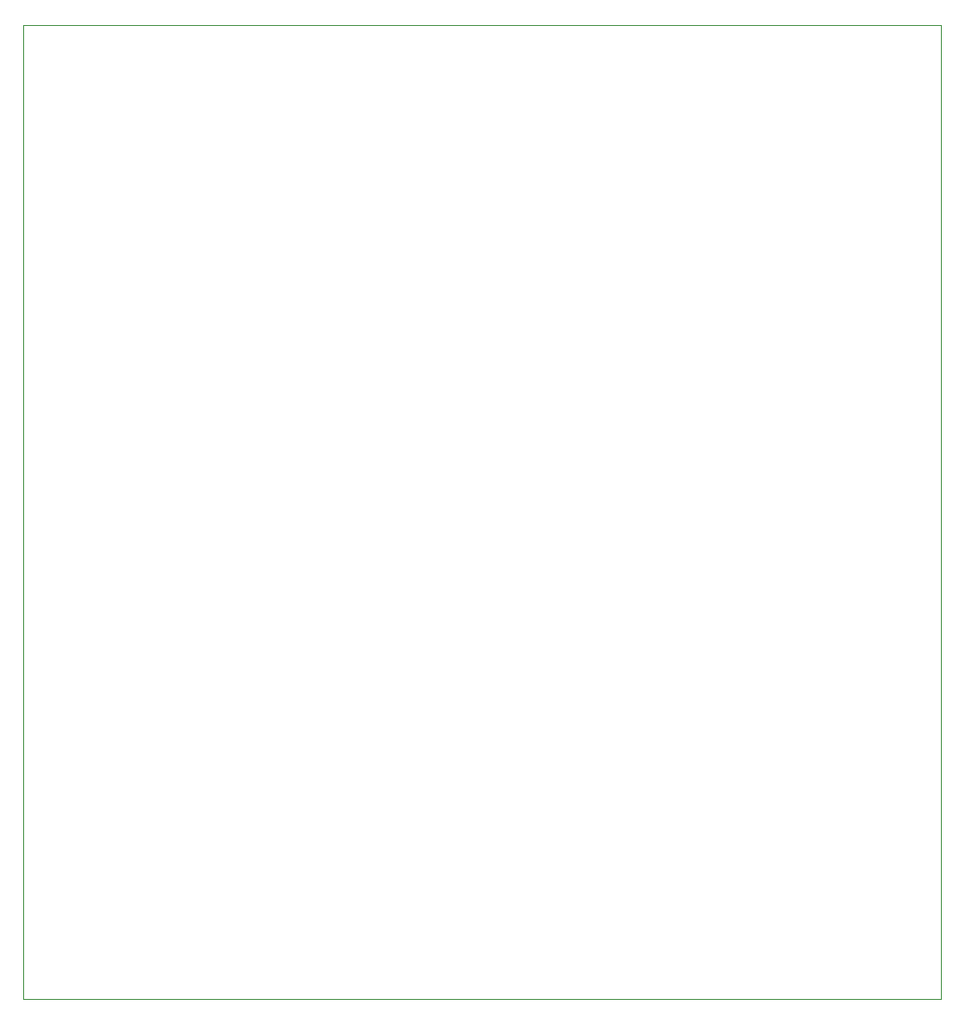
<source format=gbr>
%TF.GenerationSoftware,KiCad,Pcbnew,(6.0.9)*%
%TF.CreationDate,2023-01-08T11:03:24-08:00*%
%TF.ProjectId,CNC_Foamcutter_Control_Board,434e435f-466f-4616-9d63-75747465725f,rev?*%
%TF.SameCoordinates,Original*%
%TF.FileFunction,Profile,NP*%
%FSLAX46Y46*%
G04 Gerber Fmt 4.6, Leading zero omitted, Abs format (unit mm)*
G04 Created by KiCad (PCBNEW (6.0.9)) date 2023-01-08 11:03:24*
%MOMM*%
%LPD*%
G01*
G04 APERTURE LIST*
%TA.AperFunction,Profile*%
%ADD10C,0.100000*%
%TD*%
G04 APERTURE END LIST*
D10*
X96520000Y-54610000D02*
X180340000Y-54610000D01*
X180340000Y-54610000D02*
X180340000Y-143510000D01*
X180340000Y-143510000D02*
X96520000Y-143510000D01*
X96520000Y-143510000D02*
X96520000Y-54610000D01*
M02*

</source>
